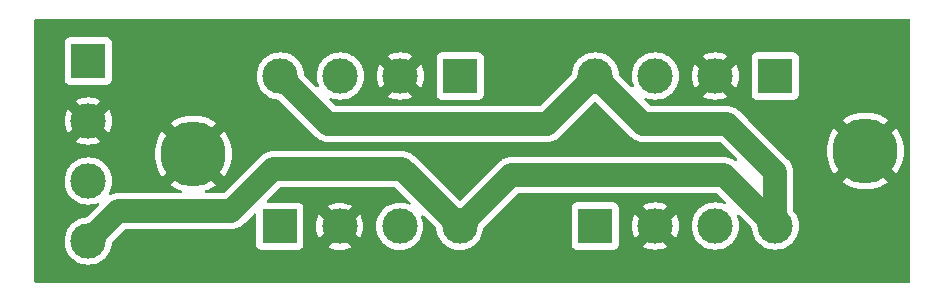
<source format=gbr>
%TF.GenerationSoftware,KiCad,Pcbnew,(7.0.0)*%
%TF.CreationDate,2023-04-10T16:26:54+12:00*%
%TF.ProjectId,can_expansion_hub,63616e5f-6578-4706-916e-73696f6e5f68,rev?*%
%TF.SameCoordinates,Original*%
%TF.FileFunction,Copper,L2,Bot*%
%TF.FilePolarity,Positive*%
%FSLAX46Y46*%
G04 Gerber Fmt 4.6, Leading zero omitted, Abs format (unit mm)*
G04 Created by KiCad (PCBNEW (7.0.0)) date 2023-04-10 16:26:54*
%MOMM*%
%LPD*%
G01*
G04 APERTURE LIST*
%TA.AperFunction,ComponentPad*%
%ADD10C,5.500000*%
%TD*%
%TA.AperFunction,ComponentPad*%
%ADD11R,3.000000X3.000000*%
%TD*%
%TA.AperFunction,ComponentPad*%
%ADD12C,3.000000*%
%TD*%
%TA.AperFunction,Conductor*%
%ADD13C,2.000000*%
%TD*%
G04 APERTURE END LIST*
D10*
%TO.P,REF\u002A\u002A,1*%
%TO.N,GND*%
X90170000Y-101854000D03*
%TD*%
D11*
%TO.P,J3,1,Pin_1*%
%TO.N,VCC*%
X139445999Y-95249999D03*
D12*
%TO.P,J3,2,Pin_2*%
%TO.N,GND*%
X134366000Y-95250000D03*
%TO.P,J3,3,Pin_3*%
%TO.N,CAN_H*%
X129286000Y-95250000D03*
%TO.P,J3,4,Pin_4*%
%TO.N,CAN_L*%
X124206000Y-95250000D03*
%TD*%
D11*
%TO.P,J2,1,Pin_1*%
%TO.N,VCC*%
X112775999Y-95249999D03*
D12*
%TO.P,J2,2,Pin_2*%
%TO.N,GND*%
X107696000Y-95250000D03*
%TO.P,J2,3,Pin_3*%
%TO.N,CAN_H*%
X102616000Y-95250000D03*
%TO.P,J2,4,Pin_4*%
%TO.N,CAN_L*%
X97536000Y-95250000D03*
%TD*%
D11*
%TO.P,J5,1,Pin_1*%
%TO.N,VCC*%
X124205999Y-107949999D03*
D12*
%TO.P,J5,2,Pin_2*%
%TO.N,GND*%
X129286000Y-107950000D03*
%TO.P,J5,3,Pin_3*%
%TO.N,CAN_H*%
X134366000Y-107950000D03*
%TO.P,J5,4,Pin_4*%
%TO.N,CAN_L*%
X139446000Y-107950000D03*
%TD*%
D11*
%TO.P,J4,1,Pin_1*%
%TO.N,VCC*%
X97485199Y-107975399D03*
D12*
%TO.P,J4,2,Pin_2*%
%TO.N,GND*%
X102565200Y-107975400D03*
%TO.P,J4,3,Pin_3*%
%TO.N,CAN_H*%
X107645200Y-107975400D03*
%TO.P,J4,4,Pin_4*%
%TO.N,CAN_L*%
X112725200Y-107975400D03*
%TD*%
D10*
%TO.P,REF\u002A\u002A,1*%
%TO.N,GND*%
X147066000Y-101600000D03*
%TD*%
D11*
%TO.P,J1,1,Pin_1*%
%TO.N,VCC*%
X81279999Y-93979999D03*
D12*
%TO.P,J1,2,Pin_2*%
%TO.N,GND*%
X81280000Y-99060000D03*
%TO.P,J1,3,Pin_3*%
%TO.N,CAN_H*%
X81280000Y-104140000D03*
%TO.P,J1,4,Pin_4*%
%TO.N,CAN_L*%
X81280000Y-109220000D03*
%TD*%
D13*
%TO.N,CAN_L*%
X135382000Y-99314000D02*
X139446000Y-103378000D01*
X101600000Y-99314000D02*
X97536000Y-95250000D01*
X117068600Y-103632000D02*
X135128000Y-103632000D01*
X81280000Y-109220000D02*
X83820000Y-106680000D01*
X107873800Y-103124000D02*
X112725200Y-107975400D01*
X83820000Y-106680000D02*
X93380600Y-106680000D01*
X112725200Y-107975400D02*
X117068600Y-103632000D01*
X93380600Y-106680000D02*
X96936600Y-103124000D01*
X120142000Y-99314000D02*
X101600000Y-99314000D01*
X124206000Y-95250000D02*
X128270000Y-99314000D01*
X139446000Y-103378000D02*
X139446000Y-107950000D01*
X135128000Y-103632000D02*
X139446000Y-107950000D01*
X128270000Y-99314000D02*
X135382000Y-99314000D01*
X96936600Y-103124000D02*
X107873800Y-103124000D01*
X124206000Y-95250000D02*
X120142000Y-99314000D01*
%TD*%
%TA.AperFunction,Conductor*%
%TO.N,GND*%
G36*
X150814000Y-90440613D02*
G01*
X150859387Y-90486000D01*
X150876000Y-90548000D01*
X150876000Y-112652000D01*
X150859387Y-112714000D01*
X150814000Y-112759387D01*
X150752000Y-112776000D01*
X76832000Y-112776000D01*
X76770000Y-112759387D01*
X76724613Y-112714000D01*
X76708000Y-112652000D01*
X76708000Y-109220000D01*
X79274390Y-109220000D01*
X79274706Y-109224418D01*
X79294487Y-109501005D01*
X79294488Y-109501014D01*
X79294804Y-109505428D01*
X79295744Y-109509753D01*
X79295746Y-109509761D01*
X79342532Y-109724831D01*
X79355631Y-109785046D01*
X79357175Y-109789185D01*
X79357176Y-109789189D01*
X79426815Y-109975899D01*
X79455633Y-110053161D01*
X79457753Y-110057043D01*
X79457756Y-110057050D01*
X79590647Y-110300420D01*
X79592774Y-110304315D01*
X79764261Y-110533395D01*
X79966605Y-110735739D01*
X80195685Y-110907226D01*
X80446839Y-111044367D01*
X80714954Y-111144369D01*
X80994572Y-111205196D01*
X81280000Y-111225610D01*
X81565428Y-111205196D01*
X81845046Y-111144369D01*
X82113161Y-111044367D01*
X82364315Y-110907226D01*
X82593395Y-110735739D01*
X82795739Y-110533395D01*
X82967226Y-110304315D01*
X83104367Y-110053161D01*
X83204369Y-109785046D01*
X83265196Y-109505428D01*
X83273342Y-109391513D01*
X83284231Y-109348851D01*
X83309342Y-109312684D01*
X84405207Y-108216819D01*
X84445436Y-108189939D01*
X84492889Y-108180500D01*
X93279735Y-108180500D01*
X93295072Y-108181452D01*
X93313292Y-108183723D01*
X93313293Y-108183723D01*
X93318379Y-108184357D01*
X93409072Y-108180605D01*
X93414196Y-108180500D01*
X93440098Y-108180500D01*
X93442667Y-108180500D01*
X93471041Y-108178148D01*
X93476140Y-108177831D01*
X93566837Y-108174081D01*
X93589830Y-108169259D01*
X93605017Y-108167046D01*
X93628421Y-108165108D01*
X93716448Y-108142815D01*
X93721354Y-108141680D01*
X93810214Y-108123049D01*
X93832086Y-108114513D01*
X93846711Y-108109828D01*
X93869481Y-108104063D01*
X93952608Y-108067599D01*
X93957299Y-108065656D01*
X94041874Y-108032656D01*
X94062050Y-108020632D01*
X94075701Y-108013605D01*
X94097207Y-108004173D01*
X94101503Y-108001366D01*
X94101509Y-108001363D01*
X94173187Y-107954533D01*
X94177516Y-107951830D01*
X94255494Y-107905366D01*
X94273420Y-107890181D01*
X94285715Y-107881013D01*
X94305385Y-107868164D01*
X94372161Y-107806691D01*
X94375983Y-107803315D01*
X94397726Y-107784902D01*
X94417868Y-107764759D01*
X94421567Y-107761210D01*
X94480023Y-107707398D01*
X94488338Y-107699744D01*
X94502767Y-107681203D01*
X94512925Y-107669701D01*
X95273021Y-106909605D01*
X95322382Y-106879357D01*
X95380098Y-106874815D01*
X95433585Y-106896970D01*
X95471185Y-106940993D01*
X95484700Y-106997288D01*
X95484700Y-109519960D01*
X95484700Y-109519978D01*
X95484701Y-109523272D01*
X95485053Y-109526550D01*
X95485054Y-109526561D01*
X95490279Y-109575168D01*
X95490280Y-109575173D01*
X95491109Y-109582883D01*
X95493819Y-109590149D01*
X95493820Y-109590153D01*
X95519859Y-109659965D01*
X95541404Y-109717731D01*
X95546718Y-109724830D01*
X95546719Y-109724831D01*
X95608639Y-109807546D01*
X95627654Y-109832946D01*
X95742869Y-109919196D01*
X95877717Y-109969491D01*
X95937327Y-109975900D01*
X99033072Y-109975899D01*
X99092683Y-109969491D01*
X99227531Y-109919196D01*
X99342746Y-109832946D01*
X99428996Y-109717731D01*
X99436191Y-109698441D01*
X101552936Y-109698441D01*
X101561334Y-109705985D01*
X101728358Y-109797187D01*
X101736396Y-109800858D01*
X101996152Y-109897742D01*
X102004621Y-109900228D01*
X102275509Y-109959157D01*
X102284265Y-109960416D01*
X102560782Y-109980193D01*
X102569618Y-109980193D01*
X102846134Y-109960416D01*
X102854890Y-109959157D01*
X103125778Y-109900228D01*
X103134247Y-109897742D01*
X103394003Y-109800858D01*
X103402041Y-109797187D01*
X103569064Y-109705985D01*
X103577462Y-109698441D01*
X103571529Y-109688836D01*
X102576742Y-108694049D01*
X102565199Y-108687385D01*
X102553657Y-108694049D01*
X101558869Y-109688836D01*
X101552936Y-109698441D01*
X99436191Y-109698441D01*
X99479291Y-109582883D01*
X99485700Y-109523273D01*
X99485700Y-107979818D01*
X100560407Y-107979818D01*
X100580183Y-108256334D01*
X100581442Y-108265090D01*
X100640371Y-108535978D01*
X100642857Y-108544447D01*
X100739741Y-108804203D01*
X100743412Y-108812241D01*
X100834613Y-108979264D01*
X100842157Y-108987662D01*
X100851762Y-108981729D01*
X101846550Y-107986942D01*
X101853214Y-107975400D01*
X103277185Y-107975400D01*
X103283849Y-107986942D01*
X104278636Y-108981729D01*
X104288241Y-108987662D01*
X104295785Y-108979264D01*
X104386987Y-108812241D01*
X104390658Y-108804203D01*
X104487542Y-108544447D01*
X104490028Y-108535978D01*
X104548957Y-108265090D01*
X104550216Y-108256334D01*
X104569993Y-107979818D01*
X104569993Y-107970982D01*
X104550216Y-107694465D01*
X104548957Y-107685709D01*
X104490028Y-107414821D01*
X104487542Y-107406352D01*
X104390658Y-107146596D01*
X104386987Y-107138558D01*
X104295785Y-106971534D01*
X104288241Y-106963136D01*
X104278636Y-106969069D01*
X103283849Y-107963857D01*
X103277185Y-107975400D01*
X101853214Y-107975400D01*
X101846550Y-107963857D01*
X100851762Y-106969069D01*
X100842157Y-106963136D01*
X100834613Y-106971534D01*
X100743414Y-107138555D01*
X100739741Y-107146597D01*
X100642857Y-107406352D01*
X100640371Y-107414821D01*
X100581442Y-107685709D01*
X100580183Y-107694465D01*
X100560407Y-107970982D01*
X100560407Y-107979818D01*
X99485700Y-107979818D01*
X99485699Y-106427528D01*
X99479291Y-106367917D01*
X99436190Y-106252357D01*
X101552936Y-106252357D01*
X101558869Y-106261962D01*
X102553657Y-107256750D01*
X102565200Y-107263414D01*
X102576742Y-107256750D01*
X103571529Y-106261962D01*
X103577462Y-106252357D01*
X103569064Y-106244813D01*
X103402041Y-106153612D01*
X103394003Y-106149941D01*
X103134247Y-106053057D01*
X103125778Y-106050571D01*
X102854890Y-105991642D01*
X102846134Y-105990383D01*
X102569618Y-105970607D01*
X102560782Y-105970607D01*
X102284265Y-105990383D01*
X102275509Y-105991642D01*
X102004621Y-106050571D01*
X101996152Y-106053057D01*
X101736397Y-106149941D01*
X101728355Y-106153614D01*
X101561334Y-106244813D01*
X101552936Y-106252357D01*
X99436190Y-106252357D01*
X99428996Y-106233069D01*
X99342746Y-106117854D01*
X99328129Y-106106912D01*
X99234631Y-106036919D01*
X99234630Y-106036918D01*
X99227531Y-106031604D01*
X99157165Y-106005359D01*
X99099952Y-105984020D01*
X99099950Y-105984019D01*
X99092683Y-105981309D01*
X99084970Y-105980479D01*
X99084967Y-105980479D01*
X99036380Y-105975255D01*
X99036369Y-105975254D01*
X99033073Y-105974900D01*
X99029751Y-105974900D01*
X96507088Y-105974900D01*
X96450793Y-105961385D01*
X96406770Y-105923785D01*
X96384615Y-105870298D01*
X96389157Y-105812582D01*
X96419407Y-105763219D01*
X96888274Y-105294353D01*
X97521807Y-104660819D01*
X97562036Y-104633939D01*
X97609489Y-104624500D01*
X107200910Y-104624500D01*
X107248363Y-104633939D01*
X107288591Y-104660819D01*
X108554459Y-105926687D01*
X108587142Y-105984561D01*
X108585244Y-106050998D01*
X108549311Y-106106912D01*
X108489665Y-106136238D01*
X108423444Y-106130550D01*
X108409089Y-106125196D01*
X108321305Y-106092454D01*
X108214389Y-106052576D01*
X108214385Y-106052575D01*
X108210246Y-106051031D01*
X108145374Y-106036919D01*
X107934961Y-105991146D01*
X107934953Y-105991144D01*
X107930628Y-105990204D01*
X107926214Y-105989888D01*
X107926205Y-105989887D01*
X107649618Y-105970106D01*
X107645200Y-105969790D01*
X107640782Y-105970106D01*
X107364194Y-105989887D01*
X107364183Y-105989888D01*
X107359772Y-105990204D01*
X107355448Y-105991144D01*
X107355438Y-105991146D01*
X107084479Y-106050090D01*
X107084476Y-106050090D01*
X107080154Y-106051031D01*
X107076018Y-106052573D01*
X107076010Y-106052576D01*
X106816187Y-106149485D01*
X106816176Y-106149489D01*
X106812039Y-106151033D01*
X106808161Y-106153150D01*
X106808149Y-106153156D01*
X106564779Y-106286047D01*
X106564771Y-106286051D01*
X106560885Y-106288174D01*
X106557335Y-106290831D01*
X106557331Y-106290834D01*
X106335356Y-106457002D01*
X106335349Y-106457007D01*
X106331805Y-106459661D01*
X106328674Y-106462791D01*
X106328667Y-106462798D01*
X106132598Y-106658867D01*
X106132591Y-106658874D01*
X106129461Y-106662005D01*
X106126807Y-106665549D01*
X106126802Y-106665556D01*
X105966753Y-106879357D01*
X105957974Y-106891085D01*
X105955851Y-106894971D01*
X105955847Y-106894979D01*
X105822956Y-107138349D01*
X105822950Y-107138361D01*
X105820833Y-107142239D01*
X105819289Y-107146376D01*
X105819285Y-107146387D01*
X105722376Y-107406210D01*
X105722373Y-107406218D01*
X105720831Y-107410354D01*
X105719890Y-107414676D01*
X105719890Y-107414679D01*
X105660946Y-107685638D01*
X105660944Y-107685648D01*
X105660004Y-107689972D01*
X105659688Y-107694383D01*
X105659687Y-107694394D01*
X105646040Y-107885215D01*
X105639590Y-107975400D01*
X105639906Y-107979818D01*
X105659687Y-108256405D01*
X105659688Y-108256414D01*
X105660004Y-108260828D01*
X105660944Y-108265153D01*
X105660946Y-108265161D01*
X105687416Y-108386839D01*
X105720831Y-108540446D01*
X105722375Y-108544585D01*
X105722376Y-108544589D01*
X105819207Y-108804203D01*
X105820833Y-108808561D01*
X105822953Y-108812443D01*
X105822956Y-108812450D01*
X105955847Y-109055820D01*
X105957974Y-109059715D01*
X106129461Y-109288795D01*
X106331805Y-109491139D01*
X106560885Y-109662626D01*
X106626475Y-109698441D01*
X106785079Y-109785046D01*
X106812039Y-109799767D01*
X107080154Y-109899769D01*
X107359772Y-109960596D01*
X107645200Y-109981010D01*
X107930628Y-109960596D01*
X108210246Y-109899769D01*
X108478361Y-109799767D01*
X108729515Y-109662626D01*
X108958595Y-109491139D01*
X109160939Y-109288795D01*
X109332426Y-109059715D01*
X109469567Y-108808561D01*
X109569569Y-108540446D01*
X109630396Y-108260828D01*
X109650810Y-107975400D01*
X109630396Y-107689972D01*
X109569569Y-107410354D01*
X109490048Y-107197152D01*
X109484361Y-107130933D01*
X109513687Y-107071287D01*
X109569601Y-107035354D01*
X109636038Y-107033456D01*
X109693912Y-107066139D01*
X110695853Y-108068080D01*
X110720966Y-108104249D01*
X110731856Y-108146914D01*
X110739687Y-108256405D01*
X110739688Y-108256413D01*
X110740004Y-108260828D01*
X110740944Y-108265153D01*
X110740946Y-108265161D01*
X110767416Y-108386839D01*
X110800831Y-108540446D01*
X110802375Y-108544585D01*
X110802376Y-108544589D01*
X110899207Y-108804203D01*
X110900833Y-108808561D01*
X110902953Y-108812443D01*
X110902956Y-108812450D01*
X111035847Y-109055820D01*
X111037974Y-109059715D01*
X111209461Y-109288795D01*
X111411805Y-109491139D01*
X111640885Y-109662626D01*
X111706475Y-109698441D01*
X111865079Y-109785046D01*
X111892039Y-109799767D01*
X112160154Y-109899769D01*
X112439772Y-109960596D01*
X112725200Y-109981010D01*
X113010628Y-109960596D01*
X113290246Y-109899769D01*
X113558361Y-109799767D01*
X113809515Y-109662626D01*
X114034001Y-109494578D01*
X122205500Y-109494578D01*
X122205501Y-109497872D01*
X122205853Y-109501150D01*
X122205854Y-109501161D01*
X122211079Y-109549768D01*
X122211080Y-109549773D01*
X122211909Y-109557483D01*
X122214619Y-109564749D01*
X122214620Y-109564753D01*
X122224094Y-109590153D01*
X122262204Y-109692331D01*
X122267518Y-109699430D01*
X122267519Y-109699431D01*
X122342630Y-109799767D01*
X122348454Y-109807546D01*
X122463669Y-109893796D01*
X122598517Y-109944091D01*
X122658127Y-109950500D01*
X125753872Y-109950499D01*
X125813483Y-109944091D01*
X125948331Y-109893796D01*
X126063546Y-109807546D01*
X126149796Y-109692331D01*
X126156991Y-109673041D01*
X128273736Y-109673041D01*
X128282134Y-109680585D01*
X128449158Y-109771787D01*
X128457196Y-109775458D01*
X128716952Y-109872342D01*
X128725421Y-109874828D01*
X128996309Y-109933757D01*
X129005065Y-109935016D01*
X129281582Y-109954793D01*
X129290418Y-109954793D01*
X129566934Y-109935016D01*
X129575690Y-109933757D01*
X129846578Y-109874828D01*
X129855047Y-109872342D01*
X130114803Y-109775458D01*
X130122841Y-109771787D01*
X130289864Y-109680585D01*
X130298262Y-109673041D01*
X130292329Y-109663436D01*
X129297542Y-108668649D01*
X129285999Y-108661985D01*
X129274457Y-108668649D01*
X128279669Y-109663436D01*
X128273736Y-109673041D01*
X126156991Y-109673041D01*
X126200091Y-109557483D01*
X126206500Y-109497873D01*
X126206500Y-107954418D01*
X127281207Y-107954418D01*
X127300983Y-108230934D01*
X127302242Y-108239690D01*
X127361171Y-108510578D01*
X127363657Y-108519047D01*
X127460541Y-108778803D01*
X127464212Y-108786841D01*
X127555413Y-108953864D01*
X127562957Y-108962262D01*
X127572562Y-108956329D01*
X128567350Y-107961542D01*
X128574014Y-107950000D01*
X129997985Y-107950000D01*
X130004649Y-107961542D01*
X130999436Y-108956329D01*
X131009041Y-108962262D01*
X131016585Y-108953864D01*
X131107787Y-108786841D01*
X131111458Y-108778803D01*
X131208342Y-108519047D01*
X131210828Y-108510578D01*
X131269757Y-108239690D01*
X131271016Y-108230934D01*
X131290793Y-107954418D01*
X131290793Y-107945582D01*
X131271016Y-107669065D01*
X131269757Y-107660309D01*
X131210828Y-107389421D01*
X131208342Y-107380952D01*
X131111458Y-107121196D01*
X131107787Y-107113158D01*
X131016585Y-106946134D01*
X131009041Y-106937736D01*
X130999436Y-106943669D01*
X130004649Y-107938457D01*
X129997985Y-107950000D01*
X128574014Y-107950000D01*
X128567350Y-107938457D01*
X127572562Y-106943669D01*
X127562957Y-106937736D01*
X127555413Y-106946134D01*
X127464214Y-107113155D01*
X127460541Y-107121197D01*
X127363657Y-107380952D01*
X127361171Y-107389421D01*
X127302242Y-107660309D01*
X127300983Y-107669065D01*
X127281207Y-107945582D01*
X127281207Y-107954418D01*
X126206500Y-107954418D01*
X126206499Y-106402128D01*
X126200091Y-106342517D01*
X126156990Y-106226957D01*
X128273736Y-106226957D01*
X128279669Y-106236562D01*
X129274457Y-107231350D01*
X129286000Y-107238014D01*
X129297542Y-107231350D01*
X130292329Y-106236562D01*
X130298262Y-106226957D01*
X130289864Y-106219413D01*
X130122841Y-106128212D01*
X130114803Y-106124541D01*
X129855047Y-106027657D01*
X129846578Y-106025171D01*
X129575690Y-105966242D01*
X129566934Y-105964983D01*
X129290418Y-105945207D01*
X129281582Y-105945207D01*
X129005065Y-105964983D01*
X128996309Y-105966242D01*
X128725421Y-106025171D01*
X128716952Y-106027657D01*
X128457197Y-106124541D01*
X128449155Y-106128214D01*
X128282134Y-106219413D01*
X128273736Y-106226957D01*
X126156990Y-106226957D01*
X126149796Y-106207669D01*
X126063546Y-106092454D01*
X126026073Y-106064402D01*
X125955431Y-106011519D01*
X125955430Y-106011518D01*
X125948331Y-106006204D01*
X125864401Y-105974900D01*
X125820752Y-105958620D01*
X125820750Y-105958619D01*
X125813483Y-105955909D01*
X125805770Y-105955079D01*
X125805767Y-105955079D01*
X125757180Y-105949855D01*
X125757169Y-105949854D01*
X125753873Y-105949500D01*
X125750550Y-105949500D01*
X122661439Y-105949500D01*
X122661420Y-105949500D01*
X122658128Y-105949501D01*
X122654850Y-105949853D01*
X122654838Y-105949854D01*
X122606231Y-105955079D01*
X122606225Y-105955080D01*
X122598517Y-105955909D01*
X122591252Y-105958618D01*
X122591246Y-105958620D01*
X122471980Y-106003104D01*
X122471978Y-106003104D01*
X122463669Y-106006204D01*
X122456572Y-106011516D01*
X122456568Y-106011519D01*
X122355550Y-106087141D01*
X122355546Y-106087144D01*
X122348454Y-106092454D01*
X122343144Y-106099546D01*
X122343141Y-106099550D01*
X122267519Y-106200568D01*
X122267516Y-106200572D01*
X122262204Y-106207669D01*
X122259104Y-106215978D01*
X122259104Y-106215980D01*
X122214620Y-106335247D01*
X122214619Y-106335250D01*
X122211909Y-106342517D01*
X122211079Y-106350227D01*
X122211079Y-106350232D01*
X122205855Y-106398819D01*
X122205854Y-106398831D01*
X122205500Y-106402127D01*
X122205500Y-106405448D01*
X122205500Y-106405449D01*
X122205500Y-109494560D01*
X122205500Y-109494578D01*
X114034001Y-109494578D01*
X114038595Y-109491139D01*
X114240939Y-109288795D01*
X114412426Y-109059715D01*
X114549567Y-108808561D01*
X114649569Y-108540446D01*
X114710396Y-108260828D01*
X114718542Y-108146913D01*
X114729431Y-108104251D01*
X114754542Y-108068084D01*
X117653808Y-105168819D01*
X117694037Y-105141939D01*
X117741490Y-105132500D01*
X134455110Y-105132500D01*
X134502563Y-105141939D01*
X134542791Y-105168819D01*
X135275258Y-105901286D01*
X135307941Y-105959160D01*
X135306043Y-106025597D01*
X135270110Y-106081511D01*
X135210464Y-106110836D01*
X135144244Y-106105149D01*
X134935194Y-106027177D01*
X134935179Y-106027172D01*
X134931046Y-106025631D01*
X134852241Y-106008488D01*
X134655761Y-105965746D01*
X134655753Y-105965744D01*
X134651428Y-105964804D01*
X134647014Y-105964488D01*
X134647005Y-105964487D01*
X134370418Y-105944706D01*
X134366000Y-105944390D01*
X134361582Y-105944706D01*
X134084994Y-105964487D01*
X134084983Y-105964488D01*
X134080572Y-105964804D01*
X134076248Y-105965744D01*
X134076238Y-105965746D01*
X133805279Y-106024690D01*
X133805276Y-106024690D01*
X133800954Y-106025631D01*
X133796818Y-106027173D01*
X133796810Y-106027176D01*
X133536987Y-106124085D01*
X133536976Y-106124089D01*
X133532839Y-106125633D01*
X133528961Y-106127750D01*
X133528949Y-106127756D01*
X133285579Y-106260647D01*
X133285571Y-106260651D01*
X133281685Y-106262774D01*
X133278135Y-106265431D01*
X133278131Y-106265434D01*
X133056156Y-106431602D01*
X133056149Y-106431607D01*
X133052605Y-106434261D01*
X133049474Y-106437391D01*
X133049467Y-106437398D01*
X132853398Y-106633467D01*
X132853391Y-106633474D01*
X132850261Y-106636605D01*
X132847607Y-106640149D01*
X132847602Y-106640156D01*
X132681434Y-106862131D01*
X132678774Y-106865685D01*
X132676651Y-106869571D01*
X132676647Y-106869579D01*
X132543756Y-107112949D01*
X132543750Y-107112961D01*
X132541633Y-107116839D01*
X132540089Y-107120976D01*
X132540085Y-107120987D01*
X132443176Y-107380810D01*
X132443173Y-107380818D01*
X132441631Y-107384954D01*
X132440690Y-107389276D01*
X132440690Y-107389279D01*
X132381746Y-107660238D01*
X132381744Y-107660248D01*
X132380804Y-107664572D01*
X132380488Y-107668983D01*
X132380487Y-107668994D01*
X132365325Y-107880998D01*
X132360390Y-107950000D01*
X132360706Y-107954418D01*
X132380487Y-108231005D01*
X132380488Y-108231014D01*
X132380804Y-108235428D01*
X132381744Y-108239753D01*
X132381746Y-108239761D01*
X132435111Y-108485075D01*
X132441631Y-108515046D01*
X132443175Y-108519185D01*
X132443176Y-108519189D01*
X132540007Y-108778803D01*
X132541633Y-108783161D01*
X132543753Y-108787043D01*
X132543756Y-108787050D01*
X132634844Y-108953864D01*
X132678774Y-109034315D01*
X132850261Y-109263395D01*
X133052605Y-109465739D01*
X133281685Y-109637226D01*
X133532839Y-109774367D01*
X133800954Y-109874369D01*
X134080572Y-109935196D01*
X134366000Y-109955610D01*
X134651428Y-109935196D01*
X134931046Y-109874369D01*
X135199161Y-109774367D01*
X135450315Y-109637226D01*
X135679395Y-109465739D01*
X135881739Y-109263395D01*
X136053226Y-109034315D01*
X136190367Y-108783161D01*
X136290369Y-108515046D01*
X136351196Y-108235428D01*
X136371610Y-107950000D01*
X136351196Y-107664572D01*
X136290369Y-107384954D01*
X136210849Y-107171755D01*
X136205162Y-107105535D01*
X136234488Y-107045889D01*
X136290402Y-107009956D01*
X136356839Y-107008058D01*
X136414713Y-107040741D01*
X137416653Y-108042681D01*
X137441766Y-108078850D01*
X137452656Y-108121515D01*
X137460487Y-108231005D01*
X137460488Y-108231013D01*
X137460804Y-108235428D01*
X137461744Y-108239753D01*
X137461746Y-108239761D01*
X137515111Y-108485075D01*
X137521631Y-108515046D01*
X137523175Y-108519185D01*
X137523176Y-108519189D01*
X137620007Y-108778803D01*
X137621633Y-108783161D01*
X137623753Y-108787043D01*
X137623756Y-108787050D01*
X137714844Y-108953864D01*
X137758774Y-109034315D01*
X137930261Y-109263395D01*
X138132605Y-109465739D01*
X138361685Y-109637226D01*
X138612839Y-109774367D01*
X138880954Y-109874369D01*
X139160572Y-109935196D01*
X139446000Y-109955610D01*
X139731428Y-109935196D01*
X140011046Y-109874369D01*
X140279161Y-109774367D01*
X140530315Y-109637226D01*
X140759395Y-109465739D01*
X140961739Y-109263395D01*
X141133226Y-109034315D01*
X141270367Y-108783161D01*
X141370369Y-108515046D01*
X141431196Y-108235428D01*
X141451610Y-107950000D01*
X141431196Y-107664572D01*
X141370369Y-107384954D01*
X141270367Y-107116839D01*
X141133226Y-106865685D01*
X140971232Y-106649286D01*
X140952846Y-106614137D01*
X140946500Y-106574978D01*
X140946500Y-104224310D01*
X145154291Y-104224310D01*
X145162527Y-104235454D01*
X145236791Y-104291909D01*
X145242341Y-104295671D01*
X145538547Y-104473892D01*
X145544496Y-104477046D01*
X145858229Y-104622194D01*
X145864471Y-104624681D01*
X146192072Y-104735063D01*
X146198536Y-104736858D01*
X146536148Y-104811172D01*
X146542782Y-104812259D01*
X146886451Y-104849636D01*
X146893148Y-104850000D01*
X147238852Y-104850000D01*
X147245548Y-104849636D01*
X147589217Y-104812259D01*
X147595851Y-104811172D01*
X147933463Y-104736858D01*
X147939927Y-104735063D01*
X148267528Y-104624681D01*
X148273770Y-104622194D01*
X148587503Y-104477046D01*
X148593452Y-104473892D01*
X148889656Y-104295672D01*
X148895205Y-104291911D01*
X148969474Y-104235452D01*
X148977707Y-104224311D01*
X148971052Y-104212159D01*
X147077542Y-102318649D01*
X147065999Y-102311985D01*
X147054457Y-102318649D01*
X145160946Y-104212159D01*
X145154291Y-104224310D01*
X140946500Y-104224310D01*
X140946500Y-103478865D01*
X140947452Y-103463528D01*
X140949723Y-103445307D01*
X140949722Y-103445307D01*
X140950357Y-103440221D01*
X140946605Y-103349527D01*
X140946500Y-103344404D01*
X140946500Y-103318502D01*
X140946500Y-103315933D01*
X140944148Y-103287557D01*
X140943831Y-103282450D01*
X140940081Y-103191763D01*
X140939029Y-103186746D01*
X140939028Y-103186738D01*
X140935263Y-103168783D01*
X140933046Y-103153572D01*
X140931108Y-103130179D01*
X140908824Y-103042186D01*
X140907670Y-103037193D01*
X140890102Y-102953408D01*
X140889049Y-102948386D01*
X140880514Y-102926514D01*
X140875829Y-102911890D01*
X140870063Y-102889119D01*
X140833603Y-102806002D01*
X140831642Y-102801266D01*
X140800522Y-102721509D01*
X140800521Y-102721507D01*
X140798656Y-102716727D01*
X140786636Y-102696555D01*
X140779605Y-102682895D01*
X140772233Y-102666088D01*
X140772230Y-102666082D01*
X140770173Y-102661393D01*
X140767370Y-102657104D01*
X140767366Y-102657095D01*
X140720530Y-102585408D01*
X140717827Y-102581078D01*
X140671366Y-102503106D01*
X140668056Y-102499198D01*
X140668049Y-102499188D01*
X140656190Y-102485187D01*
X140647001Y-102472864D01*
X140636972Y-102457513D01*
X140636971Y-102457512D01*
X140634164Y-102453215D01*
X140613708Y-102430994D01*
X140572694Y-102386441D01*
X140569301Y-102382598D01*
X140552567Y-102362839D01*
X140552557Y-102362828D01*
X140550902Y-102360874D01*
X140530770Y-102340742D01*
X140527222Y-102337045D01*
X140469212Y-102274029D01*
X140469210Y-102274027D01*
X140465744Y-102270262D01*
X140461708Y-102267121D01*
X140461702Y-102267115D01*
X140447211Y-102255837D01*
X140435693Y-102245665D01*
X139793385Y-101603357D01*
X143811409Y-101603357D01*
X143830124Y-101948539D01*
X143830852Y-101955229D01*
X143886777Y-102296361D01*
X143888221Y-102302918D01*
X143980701Y-102636002D01*
X143982852Y-102642386D01*
X144110806Y-102963527D01*
X144113615Y-102969601D01*
X144275555Y-103275052D01*
X144279008Y-103280790D01*
X144432578Y-103507287D01*
X144440623Y-103514857D01*
X144449953Y-103508938D01*
X146347350Y-101611542D01*
X146354014Y-101600000D01*
X147777985Y-101600000D01*
X147784649Y-101611542D01*
X149682045Y-103508938D01*
X149691374Y-103514857D01*
X149699420Y-103507288D01*
X149852990Y-103280792D01*
X149856447Y-103275046D01*
X150018384Y-102969601D01*
X150021193Y-102963527D01*
X150149147Y-102642386D01*
X150151298Y-102636002D01*
X150243778Y-102302918D01*
X150245222Y-102296361D01*
X150301147Y-101955229D01*
X150301875Y-101948539D01*
X150320591Y-101603357D01*
X150320591Y-101596643D01*
X150301875Y-101251460D01*
X150301147Y-101244770D01*
X150245222Y-100903638D01*
X150243778Y-100897081D01*
X150151298Y-100563997D01*
X150149147Y-100557613D01*
X150021193Y-100236472D01*
X150018384Y-100230398D01*
X149856447Y-99924953D01*
X149852990Y-99919207D01*
X149699421Y-99692712D01*
X149691374Y-99685141D01*
X149682045Y-99691060D01*
X147784649Y-101588457D01*
X147777985Y-101600000D01*
X146354014Y-101600000D01*
X146347350Y-101588457D01*
X144449953Y-99691060D01*
X144440623Y-99685141D01*
X144432578Y-99692711D01*
X144279008Y-99919209D01*
X144275555Y-99924947D01*
X144113615Y-100230398D01*
X144110806Y-100236472D01*
X143982852Y-100557613D01*
X143980701Y-100563997D01*
X143888221Y-100897081D01*
X143886777Y-100903638D01*
X143830852Y-101244770D01*
X143830124Y-101251460D01*
X143811409Y-101596643D01*
X143811409Y-101603357D01*
X139793385Y-101603357D01*
X137165715Y-98975687D01*
X145154291Y-98975687D01*
X145160947Y-98987840D01*
X147054457Y-100881350D01*
X147066000Y-100888014D01*
X147077542Y-100881350D01*
X148971052Y-98987839D01*
X148977707Y-98975687D01*
X148969474Y-98964546D01*
X148895208Y-98908090D01*
X148889658Y-98904328D01*
X148593452Y-98726107D01*
X148587503Y-98722953D01*
X148273770Y-98577805D01*
X148267528Y-98575318D01*
X147939927Y-98464936D01*
X147933463Y-98463141D01*
X147595851Y-98388827D01*
X147589217Y-98387740D01*
X147245548Y-98350363D01*
X147238852Y-98350000D01*
X146893148Y-98350000D01*
X146886451Y-98350363D01*
X146542782Y-98387740D01*
X146536148Y-98388827D01*
X146198536Y-98463141D01*
X146192072Y-98464936D01*
X145864471Y-98575318D01*
X145858229Y-98577805D01*
X145544496Y-98722953D01*
X145538547Y-98726107D01*
X145242350Y-98904322D01*
X145236789Y-98908092D01*
X145162525Y-98964546D01*
X145154291Y-98975687D01*
X137165715Y-98975687D01*
X136514334Y-98324306D01*
X136504161Y-98312787D01*
X136492888Y-98298303D01*
X136492887Y-98298302D01*
X136489738Y-98294256D01*
X136422953Y-98232776D01*
X136419255Y-98229227D01*
X136400939Y-98210911D01*
X136399126Y-98209098D01*
X136377388Y-98190687D01*
X136373546Y-98187294D01*
X136310554Y-98129305D01*
X136310549Y-98129301D01*
X136306785Y-98125836D01*
X136302499Y-98123035D01*
X136302489Y-98123028D01*
X136287123Y-98112989D01*
X136274804Y-98103803D01*
X136260806Y-98091947D01*
X136260803Y-98091945D01*
X136256894Y-98088634D01*
X136178926Y-98042174D01*
X136174583Y-98039464D01*
X136102904Y-97992634D01*
X136102901Y-97992632D01*
X136098607Y-97989827D01*
X136093910Y-97987766D01*
X136093907Y-97987765D01*
X136077109Y-97980397D01*
X136063446Y-97973363D01*
X136047685Y-97963971D01*
X136047672Y-97963964D01*
X136043274Y-97961344D01*
X136038502Y-97959481D01*
X136038496Y-97959479D01*
X135981479Y-97937231D01*
X135958717Y-97928349D01*
X135954004Y-97926397D01*
X135870881Y-97889937D01*
X135865918Y-97888680D01*
X135865915Y-97888679D01*
X135848113Y-97884171D01*
X135833488Y-97879486D01*
X135811614Y-97870951D01*
X135806609Y-97869901D01*
X135806604Y-97869900D01*
X135722793Y-97852326D01*
X135717803Y-97851171D01*
X135634790Y-97830150D01*
X135634786Y-97830149D01*
X135629821Y-97828892D01*
X135624720Y-97828469D01*
X135624713Y-97828468D01*
X135606418Y-97826952D01*
X135591221Y-97824738D01*
X135568237Y-97819919D01*
X135563116Y-97819707D01*
X135563107Y-97819706D01*
X135477559Y-97816168D01*
X135472447Y-97815851D01*
X135446609Y-97813710D01*
X135446594Y-97813709D01*
X135444067Y-97813500D01*
X135441514Y-97813500D01*
X135415596Y-97813500D01*
X135410472Y-97813394D01*
X135324901Y-97809854D01*
X135324890Y-97809854D01*
X135319779Y-97809643D01*
X135314705Y-97810275D01*
X135314692Y-97810276D01*
X135296472Y-97812548D01*
X135281135Y-97813500D01*
X128942890Y-97813500D01*
X128895437Y-97804061D01*
X128855209Y-97777181D01*
X128376741Y-97298713D01*
X128344058Y-97240839D01*
X128345956Y-97174402D01*
X128381889Y-97118488D01*
X128441535Y-97089162D01*
X128507755Y-97094849D01*
X128720954Y-97174369D01*
X129000572Y-97235196D01*
X129286000Y-97255610D01*
X129571428Y-97235196D01*
X129851046Y-97174369D01*
X130119161Y-97074367D01*
X130304725Y-96973041D01*
X133353736Y-96973041D01*
X133362134Y-96980585D01*
X133529158Y-97071787D01*
X133537196Y-97075458D01*
X133796952Y-97172342D01*
X133805421Y-97174828D01*
X134076309Y-97233757D01*
X134085065Y-97235016D01*
X134361582Y-97254793D01*
X134370418Y-97254793D01*
X134646934Y-97235016D01*
X134655690Y-97233757D01*
X134926578Y-97174828D01*
X134935047Y-97172342D01*
X135194803Y-97075458D01*
X135202841Y-97071787D01*
X135369864Y-96980585D01*
X135378262Y-96973041D01*
X135372329Y-96963436D01*
X135203471Y-96794578D01*
X137445500Y-96794578D01*
X137445501Y-96797872D01*
X137445853Y-96801150D01*
X137445854Y-96801161D01*
X137451079Y-96849768D01*
X137451080Y-96849773D01*
X137451909Y-96857483D01*
X137454619Y-96864749D01*
X137454620Y-96864753D01*
X137480659Y-96934565D01*
X137502204Y-96992331D01*
X137588454Y-97107546D01*
X137703669Y-97193796D01*
X137838517Y-97244091D01*
X137898127Y-97250500D01*
X140993872Y-97250499D01*
X141053483Y-97244091D01*
X141188331Y-97193796D01*
X141303546Y-97107546D01*
X141389796Y-96992331D01*
X141440091Y-96857483D01*
X141446500Y-96797873D01*
X141446499Y-93702128D01*
X141440091Y-93642517D01*
X141389796Y-93507669D01*
X141303546Y-93392454D01*
X141216988Y-93327657D01*
X141195431Y-93311519D01*
X141195430Y-93311518D01*
X141188331Y-93306204D01*
X141117965Y-93279959D01*
X141060752Y-93258620D01*
X141060750Y-93258619D01*
X141053483Y-93255909D01*
X141045770Y-93255079D01*
X141045767Y-93255079D01*
X140997180Y-93249855D01*
X140997169Y-93249854D01*
X140993873Y-93249500D01*
X140990550Y-93249500D01*
X137901439Y-93249500D01*
X137901420Y-93249500D01*
X137898128Y-93249501D01*
X137894850Y-93249853D01*
X137894838Y-93249854D01*
X137846231Y-93255079D01*
X137846225Y-93255080D01*
X137838517Y-93255909D01*
X137831252Y-93258618D01*
X137831246Y-93258620D01*
X137711980Y-93303104D01*
X137711978Y-93303104D01*
X137703669Y-93306204D01*
X137696572Y-93311516D01*
X137696568Y-93311519D01*
X137595550Y-93387141D01*
X137595546Y-93387144D01*
X137588454Y-93392454D01*
X137583144Y-93399546D01*
X137583141Y-93399550D01*
X137507519Y-93500568D01*
X137507516Y-93500572D01*
X137502204Y-93507669D01*
X137499104Y-93515978D01*
X137499104Y-93515980D01*
X137454620Y-93635247D01*
X137454619Y-93635250D01*
X137451909Y-93642517D01*
X137451079Y-93650227D01*
X137451079Y-93650232D01*
X137445855Y-93698819D01*
X137445854Y-93698831D01*
X137445500Y-93702127D01*
X137445500Y-93705448D01*
X137445500Y-93705449D01*
X137445500Y-96794560D01*
X137445500Y-96794578D01*
X135203471Y-96794578D01*
X134377542Y-95968649D01*
X134365999Y-95961985D01*
X134354457Y-95968649D01*
X133359669Y-96963436D01*
X133353736Y-96973041D01*
X130304725Y-96973041D01*
X130370315Y-96937226D01*
X130599395Y-96765739D01*
X130801739Y-96563395D01*
X130973226Y-96334315D01*
X131110367Y-96083161D01*
X131210369Y-95815046D01*
X131271196Y-95535428D01*
X131291294Y-95254418D01*
X132361207Y-95254418D01*
X132380983Y-95530934D01*
X132382242Y-95539690D01*
X132441171Y-95810578D01*
X132443657Y-95819047D01*
X132540541Y-96078803D01*
X132544212Y-96086841D01*
X132635413Y-96253864D01*
X132642957Y-96262262D01*
X132652562Y-96256329D01*
X133647350Y-95261542D01*
X133654014Y-95250000D01*
X133654013Y-95249999D01*
X135077985Y-95249999D01*
X135084649Y-95261542D01*
X136079436Y-96256329D01*
X136089041Y-96262262D01*
X136096585Y-96253864D01*
X136187787Y-96086841D01*
X136191458Y-96078803D01*
X136288342Y-95819047D01*
X136290828Y-95810578D01*
X136349757Y-95539690D01*
X136351016Y-95530934D01*
X136370793Y-95254418D01*
X136370793Y-95245582D01*
X136351016Y-94969065D01*
X136349757Y-94960309D01*
X136290828Y-94689421D01*
X136288342Y-94680952D01*
X136191458Y-94421196D01*
X136187787Y-94413158D01*
X136096585Y-94246134D01*
X136089041Y-94237736D01*
X136079436Y-94243669D01*
X135084649Y-95238457D01*
X135077985Y-95249999D01*
X133654013Y-95249999D01*
X133647350Y-95238457D01*
X132652562Y-94243669D01*
X132642957Y-94237736D01*
X132635413Y-94246134D01*
X132544214Y-94413155D01*
X132540541Y-94421197D01*
X132443657Y-94680952D01*
X132441171Y-94689421D01*
X132382242Y-94960309D01*
X132380983Y-94969065D01*
X132361207Y-95245582D01*
X132361207Y-95254418D01*
X131291294Y-95254418D01*
X131291610Y-95250000D01*
X131271196Y-94964572D01*
X131210369Y-94684954D01*
X131110367Y-94416839D01*
X130973226Y-94165685D01*
X130801739Y-93936605D01*
X130599395Y-93734261D01*
X130370315Y-93562774D01*
X130366420Y-93560647D01*
X130304722Y-93526957D01*
X133353736Y-93526957D01*
X133359669Y-93536562D01*
X134354457Y-94531350D01*
X134366000Y-94538014D01*
X134377542Y-94531350D01*
X135372329Y-93536562D01*
X135378262Y-93526957D01*
X135369864Y-93519413D01*
X135202841Y-93428212D01*
X135194803Y-93424541D01*
X134935047Y-93327657D01*
X134926578Y-93325171D01*
X134655690Y-93266242D01*
X134646934Y-93264983D01*
X134370418Y-93245207D01*
X134361582Y-93245207D01*
X134085065Y-93264983D01*
X134076309Y-93266242D01*
X133805421Y-93325171D01*
X133796952Y-93327657D01*
X133537197Y-93424541D01*
X133529155Y-93428214D01*
X133362134Y-93519413D01*
X133353736Y-93526957D01*
X130304722Y-93526957D01*
X130123050Y-93427756D01*
X130123043Y-93427753D01*
X130119161Y-93425633D01*
X130115017Y-93424087D01*
X130115012Y-93424085D01*
X129855189Y-93327176D01*
X129855185Y-93327175D01*
X129851046Y-93325631D01*
X129786174Y-93311519D01*
X129575761Y-93265746D01*
X129575753Y-93265744D01*
X129571428Y-93264804D01*
X129567014Y-93264488D01*
X129567005Y-93264487D01*
X129290418Y-93244706D01*
X129286000Y-93244390D01*
X129281582Y-93244706D01*
X129004994Y-93264487D01*
X129004983Y-93264488D01*
X129000572Y-93264804D01*
X128996248Y-93265744D01*
X128996238Y-93265746D01*
X128725279Y-93324690D01*
X128725276Y-93324690D01*
X128720954Y-93325631D01*
X128716818Y-93327173D01*
X128716810Y-93327176D01*
X128456987Y-93424085D01*
X128456976Y-93424089D01*
X128452839Y-93425633D01*
X128448961Y-93427750D01*
X128448949Y-93427756D01*
X128205579Y-93560647D01*
X128205571Y-93560651D01*
X128201685Y-93562774D01*
X128198135Y-93565431D01*
X128198131Y-93565434D01*
X127976156Y-93731602D01*
X127976149Y-93731607D01*
X127972605Y-93734261D01*
X127969474Y-93737391D01*
X127969467Y-93737398D01*
X127773398Y-93933467D01*
X127773391Y-93933474D01*
X127770261Y-93936605D01*
X127767607Y-93940149D01*
X127767602Y-93940156D01*
X127601434Y-94162131D01*
X127598774Y-94165685D01*
X127596651Y-94169571D01*
X127596647Y-94169579D01*
X127463756Y-94412949D01*
X127463750Y-94412961D01*
X127461633Y-94416839D01*
X127460089Y-94420976D01*
X127460085Y-94420987D01*
X127363176Y-94680810D01*
X127363173Y-94680818D01*
X127361631Y-94684954D01*
X127360690Y-94689276D01*
X127360690Y-94689279D01*
X127301746Y-94960238D01*
X127301744Y-94960248D01*
X127300804Y-94964572D01*
X127300488Y-94968983D01*
X127300487Y-94968994D01*
X127287019Y-95157317D01*
X127280390Y-95250000D01*
X127280706Y-95254418D01*
X127300487Y-95531005D01*
X127300488Y-95531014D01*
X127300804Y-95535428D01*
X127301744Y-95539753D01*
X127301746Y-95539761D01*
X127313709Y-95594752D01*
X127361631Y-95815046D01*
X127363172Y-95819179D01*
X127363177Y-95819194D01*
X127441149Y-96028244D01*
X127446836Y-96094464D01*
X127417511Y-96154110D01*
X127361597Y-96190043D01*
X127295160Y-96191941D01*
X127237286Y-96159258D01*
X126235345Y-95157317D01*
X126210231Y-95121147D01*
X126199343Y-95078483D01*
X126191196Y-94964572D01*
X126130369Y-94684954D01*
X126030367Y-94416839D01*
X125893226Y-94165685D01*
X125721739Y-93936605D01*
X125519395Y-93734261D01*
X125290315Y-93562774D01*
X125286420Y-93560647D01*
X125043050Y-93427756D01*
X125043043Y-93427753D01*
X125039161Y-93425633D01*
X125035017Y-93424087D01*
X125035012Y-93424085D01*
X124775189Y-93327176D01*
X124775185Y-93327175D01*
X124771046Y-93325631D01*
X124706174Y-93311519D01*
X124495761Y-93265746D01*
X124495753Y-93265744D01*
X124491428Y-93264804D01*
X124487014Y-93264488D01*
X124487005Y-93264487D01*
X124210418Y-93244706D01*
X124206000Y-93244390D01*
X124201582Y-93244706D01*
X123924994Y-93264487D01*
X123924983Y-93264488D01*
X123920572Y-93264804D01*
X123916248Y-93265744D01*
X123916238Y-93265746D01*
X123645279Y-93324690D01*
X123645276Y-93324690D01*
X123640954Y-93325631D01*
X123636818Y-93327173D01*
X123636810Y-93327176D01*
X123376987Y-93424085D01*
X123376976Y-93424089D01*
X123372839Y-93425633D01*
X123368961Y-93427750D01*
X123368949Y-93427756D01*
X123125579Y-93560647D01*
X123125571Y-93560651D01*
X123121685Y-93562774D01*
X123118135Y-93565431D01*
X123118131Y-93565434D01*
X122896156Y-93731602D01*
X122896149Y-93731607D01*
X122892605Y-93734261D01*
X122889474Y-93737391D01*
X122889467Y-93737398D01*
X122693398Y-93933467D01*
X122693391Y-93933474D01*
X122690261Y-93936605D01*
X122687607Y-93940149D01*
X122687602Y-93940156D01*
X122521434Y-94162131D01*
X122518774Y-94165685D01*
X122516651Y-94169571D01*
X122516647Y-94169579D01*
X122383756Y-94412949D01*
X122383750Y-94412961D01*
X122381633Y-94416839D01*
X122380089Y-94420976D01*
X122380085Y-94420987D01*
X122283176Y-94680810D01*
X122283173Y-94680818D01*
X122281631Y-94684954D01*
X122280690Y-94689276D01*
X122280690Y-94689279D01*
X122221746Y-94960238D01*
X122221744Y-94960248D01*
X122220804Y-94964572D01*
X122220488Y-94968984D01*
X122220487Y-94968994D01*
X122212656Y-95078483D01*
X122201766Y-95121148D01*
X122176653Y-95157317D01*
X119556791Y-97777181D01*
X119516563Y-97804061D01*
X119469110Y-97813500D01*
X102272890Y-97813500D01*
X102225437Y-97804061D01*
X102185209Y-97777181D01*
X101706741Y-97298713D01*
X101674058Y-97240839D01*
X101675956Y-97174402D01*
X101711889Y-97118488D01*
X101771535Y-97089162D01*
X101837755Y-97094849D01*
X102050954Y-97174369D01*
X102330572Y-97235196D01*
X102616000Y-97255610D01*
X102901428Y-97235196D01*
X103181046Y-97174369D01*
X103449161Y-97074367D01*
X103634725Y-96973041D01*
X106683736Y-96973041D01*
X106692134Y-96980585D01*
X106859158Y-97071787D01*
X106867196Y-97075458D01*
X107126952Y-97172342D01*
X107135421Y-97174828D01*
X107406309Y-97233757D01*
X107415065Y-97235016D01*
X107691582Y-97254793D01*
X107700418Y-97254793D01*
X107976934Y-97235016D01*
X107985690Y-97233757D01*
X108256578Y-97174828D01*
X108265047Y-97172342D01*
X108524803Y-97075458D01*
X108532841Y-97071787D01*
X108699864Y-96980585D01*
X108708262Y-96973041D01*
X108702329Y-96963436D01*
X108533471Y-96794578D01*
X110775500Y-96794578D01*
X110775501Y-96797872D01*
X110775853Y-96801150D01*
X110775854Y-96801161D01*
X110781079Y-96849768D01*
X110781080Y-96849773D01*
X110781909Y-96857483D01*
X110784619Y-96864749D01*
X110784620Y-96864753D01*
X110810659Y-96934565D01*
X110832204Y-96992331D01*
X110918454Y-97107546D01*
X111033669Y-97193796D01*
X111168517Y-97244091D01*
X111228127Y-97250500D01*
X114323872Y-97250499D01*
X114383483Y-97244091D01*
X114518331Y-97193796D01*
X114633546Y-97107546D01*
X114719796Y-96992331D01*
X114770091Y-96857483D01*
X114776500Y-96797873D01*
X114776499Y-93702128D01*
X114770091Y-93642517D01*
X114719796Y-93507669D01*
X114633546Y-93392454D01*
X114546988Y-93327657D01*
X114525431Y-93311519D01*
X114525430Y-93311518D01*
X114518331Y-93306204D01*
X114447965Y-93279959D01*
X114390752Y-93258620D01*
X114390750Y-93258619D01*
X114383483Y-93255909D01*
X114375770Y-93255079D01*
X114375767Y-93255079D01*
X114327180Y-93249855D01*
X114327169Y-93249854D01*
X114323873Y-93249500D01*
X114320550Y-93249500D01*
X111231439Y-93249500D01*
X111231420Y-93249500D01*
X111228128Y-93249501D01*
X111224850Y-93249853D01*
X111224838Y-93249854D01*
X111176231Y-93255079D01*
X111176225Y-93255080D01*
X111168517Y-93255909D01*
X111161252Y-93258618D01*
X111161246Y-93258620D01*
X111041980Y-93303104D01*
X111041978Y-93303104D01*
X111033669Y-93306204D01*
X111026572Y-93311516D01*
X111026568Y-93311519D01*
X110925550Y-93387141D01*
X110925546Y-93387144D01*
X110918454Y-93392454D01*
X110913144Y-93399546D01*
X110913141Y-93399550D01*
X110837519Y-93500568D01*
X110837516Y-93500572D01*
X110832204Y-93507669D01*
X110829104Y-93515978D01*
X110829104Y-93515980D01*
X110784620Y-93635247D01*
X110784619Y-93635250D01*
X110781909Y-93642517D01*
X110781079Y-93650227D01*
X110781079Y-93650232D01*
X110775855Y-93698819D01*
X110775854Y-93698831D01*
X110775500Y-93702127D01*
X110775500Y-93705448D01*
X110775500Y-93705449D01*
X110775500Y-96794560D01*
X110775500Y-96794578D01*
X108533471Y-96794578D01*
X107707542Y-95968649D01*
X107695999Y-95961985D01*
X107684457Y-95968649D01*
X106689669Y-96963436D01*
X106683736Y-96973041D01*
X103634725Y-96973041D01*
X103700315Y-96937226D01*
X103929395Y-96765739D01*
X104131739Y-96563395D01*
X104303226Y-96334315D01*
X104440367Y-96083161D01*
X104540369Y-95815046D01*
X104601196Y-95535428D01*
X104621294Y-95254418D01*
X105691207Y-95254418D01*
X105710983Y-95530934D01*
X105712242Y-95539690D01*
X105771171Y-95810578D01*
X105773657Y-95819047D01*
X105870541Y-96078803D01*
X105874212Y-96086841D01*
X105965413Y-96253864D01*
X105972957Y-96262262D01*
X105982562Y-96256329D01*
X106977350Y-95261542D01*
X106984014Y-95250000D01*
X106984013Y-95249999D01*
X108407985Y-95249999D01*
X108414649Y-95261542D01*
X109409436Y-96256329D01*
X109419041Y-96262262D01*
X109426585Y-96253864D01*
X109517787Y-96086841D01*
X109521458Y-96078803D01*
X109618342Y-95819047D01*
X109620828Y-95810578D01*
X109679757Y-95539690D01*
X109681016Y-95530934D01*
X109700793Y-95254418D01*
X109700793Y-95245582D01*
X109681016Y-94969065D01*
X109679757Y-94960309D01*
X109620828Y-94689421D01*
X109618342Y-94680952D01*
X109521458Y-94421196D01*
X109517787Y-94413158D01*
X109426585Y-94246134D01*
X109419041Y-94237736D01*
X109409436Y-94243669D01*
X108414649Y-95238457D01*
X108407985Y-95249999D01*
X106984013Y-95249999D01*
X106977350Y-95238457D01*
X105982562Y-94243669D01*
X105972957Y-94237736D01*
X105965413Y-94246134D01*
X105874214Y-94413155D01*
X105870541Y-94421197D01*
X105773657Y-94680952D01*
X105771171Y-94689421D01*
X105712242Y-94960309D01*
X105710983Y-94969065D01*
X105691207Y-95245582D01*
X105691207Y-95254418D01*
X104621294Y-95254418D01*
X104621610Y-95250000D01*
X104601196Y-94964572D01*
X104540369Y-94684954D01*
X104440367Y-94416839D01*
X104303226Y-94165685D01*
X104131739Y-93936605D01*
X103929395Y-93734261D01*
X103700315Y-93562774D01*
X103696420Y-93560647D01*
X103634722Y-93526957D01*
X106683736Y-93526957D01*
X106689669Y-93536562D01*
X107684457Y-94531350D01*
X107696000Y-94538014D01*
X107707542Y-94531350D01*
X108702329Y-93536562D01*
X108708262Y-93526957D01*
X108699864Y-93519413D01*
X108532841Y-93428212D01*
X108524803Y-93424541D01*
X108265047Y-93327657D01*
X108256578Y-93325171D01*
X107985690Y-93266242D01*
X107976934Y-93264983D01*
X107700418Y-93245207D01*
X107691582Y-93245207D01*
X107415065Y-93264983D01*
X107406309Y-93266242D01*
X107135421Y-93325171D01*
X107126952Y-93327657D01*
X106867197Y-93424541D01*
X106859155Y-93428214D01*
X106692134Y-93519413D01*
X106683736Y-93526957D01*
X103634722Y-93526957D01*
X103453050Y-93427756D01*
X103453043Y-93427753D01*
X103449161Y-93425633D01*
X103445017Y-93424087D01*
X103445012Y-93424085D01*
X103185189Y-93327176D01*
X103185185Y-93327175D01*
X103181046Y-93325631D01*
X103116174Y-93311519D01*
X102905761Y-93265746D01*
X102905753Y-93265744D01*
X102901428Y-93264804D01*
X102897014Y-93264488D01*
X102897005Y-93264487D01*
X102620418Y-93244706D01*
X102616000Y-93244390D01*
X102611582Y-93244706D01*
X102334994Y-93264487D01*
X102334983Y-93264488D01*
X102330572Y-93264804D01*
X102326248Y-93265744D01*
X102326238Y-93265746D01*
X102055279Y-93324690D01*
X102055276Y-93324690D01*
X102050954Y-93325631D01*
X102046818Y-93327173D01*
X102046810Y-93327176D01*
X101786987Y-93424085D01*
X101786976Y-93424089D01*
X101782839Y-93425633D01*
X101778961Y-93427750D01*
X101778949Y-93427756D01*
X101535579Y-93560647D01*
X101535571Y-93560651D01*
X101531685Y-93562774D01*
X101528135Y-93565431D01*
X101528131Y-93565434D01*
X101306156Y-93731602D01*
X101306149Y-93731607D01*
X101302605Y-93734261D01*
X101299474Y-93737391D01*
X101299467Y-93737398D01*
X101103398Y-93933467D01*
X101103391Y-93933474D01*
X101100261Y-93936605D01*
X101097607Y-93940149D01*
X101097602Y-93940156D01*
X100931434Y-94162131D01*
X100928774Y-94165685D01*
X100926651Y-94169571D01*
X100926647Y-94169579D01*
X100793756Y-94412949D01*
X100793750Y-94412961D01*
X100791633Y-94416839D01*
X100790089Y-94420976D01*
X100790085Y-94420987D01*
X100693176Y-94680810D01*
X100693173Y-94680818D01*
X100691631Y-94684954D01*
X100690690Y-94689276D01*
X100690690Y-94689279D01*
X100631746Y-94960238D01*
X100631744Y-94960248D01*
X100630804Y-94964572D01*
X100630488Y-94968983D01*
X100630487Y-94968994D01*
X100617019Y-95157317D01*
X100610390Y-95250000D01*
X100610706Y-95254418D01*
X100630487Y-95531005D01*
X100630488Y-95531014D01*
X100630804Y-95535428D01*
X100631744Y-95539753D01*
X100631746Y-95539761D01*
X100643709Y-95594752D01*
X100691631Y-95815046D01*
X100693172Y-95819179D01*
X100693177Y-95819194D01*
X100771149Y-96028244D01*
X100776836Y-96094464D01*
X100747511Y-96154110D01*
X100691597Y-96190043D01*
X100625160Y-96191941D01*
X100567286Y-96159258D01*
X99565345Y-95157317D01*
X99540231Y-95121147D01*
X99529343Y-95078483D01*
X99521196Y-94964572D01*
X99460369Y-94684954D01*
X99360367Y-94416839D01*
X99223226Y-94165685D01*
X99051739Y-93936605D01*
X98849395Y-93734261D01*
X98620315Y-93562774D01*
X98616420Y-93560647D01*
X98373050Y-93427756D01*
X98373043Y-93427753D01*
X98369161Y-93425633D01*
X98365017Y-93424087D01*
X98365012Y-93424085D01*
X98105189Y-93327176D01*
X98105185Y-93327175D01*
X98101046Y-93325631D01*
X98036174Y-93311519D01*
X97825761Y-93265746D01*
X97825753Y-93265744D01*
X97821428Y-93264804D01*
X97817014Y-93264488D01*
X97817005Y-93264487D01*
X97540418Y-93244706D01*
X97536000Y-93244390D01*
X97531582Y-93244706D01*
X97254994Y-93264487D01*
X97254983Y-93264488D01*
X97250572Y-93264804D01*
X97246248Y-93265744D01*
X97246238Y-93265746D01*
X96975279Y-93324690D01*
X96975276Y-93324690D01*
X96970954Y-93325631D01*
X96966818Y-93327173D01*
X96966810Y-93327176D01*
X96706987Y-93424085D01*
X96706976Y-93424089D01*
X96702839Y-93425633D01*
X96698961Y-93427750D01*
X96698949Y-93427756D01*
X96455579Y-93560647D01*
X96455571Y-93560651D01*
X96451685Y-93562774D01*
X96448135Y-93565431D01*
X96448131Y-93565434D01*
X96226156Y-93731602D01*
X96226149Y-93731607D01*
X96222605Y-93734261D01*
X96219474Y-93737391D01*
X96219467Y-93737398D01*
X96023398Y-93933467D01*
X96023391Y-93933474D01*
X96020261Y-93936605D01*
X96017607Y-93940149D01*
X96017602Y-93940156D01*
X95851434Y-94162131D01*
X95848774Y-94165685D01*
X95846651Y-94169571D01*
X95846647Y-94169579D01*
X95713756Y-94412949D01*
X95713750Y-94412961D01*
X95711633Y-94416839D01*
X95710089Y-94420976D01*
X95710085Y-94420987D01*
X95613176Y-94680810D01*
X95613173Y-94680818D01*
X95611631Y-94684954D01*
X95610690Y-94689276D01*
X95610690Y-94689279D01*
X95551746Y-94960238D01*
X95551744Y-94960248D01*
X95550804Y-94964572D01*
X95550488Y-94968983D01*
X95550487Y-94968994D01*
X95537019Y-95157317D01*
X95530390Y-95250000D01*
X95530706Y-95254418D01*
X95550487Y-95531005D01*
X95550488Y-95531014D01*
X95550804Y-95535428D01*
X95551744Y-95539753D01*
X95551746Y-95539761D01*
X95563709Y-95594752D01*
X95611631Y-95815046D01*
X95613175Y-95819185D01*
X95613176Y-95819189D01*
X95710007Y-96078803D01*
X95711633Y-96083161D01*
X95713753Y-96087043D01*
X95713756Y-96087050D01*
X95804844Y-96253864D01*
X95848774Y-96334315D01*
X96020261Y-96563395D01*
X96222605Y-96765739D01*
X96451685Y-96937226D01*
X96702839Y-97074367D01*
X96970954Y-97174369D01*
X97250572Y-97235196D01*
X97364484Y-97243342D01*
X97407147Y-97254231D01*
X97443317Y-97279345D01*
X100467665Y-100303693D01*
X100477837Y-100315211D01*
X100489115Y-100329702D01*
X100489121Y-100329708D01*
X100492262Y-100333744D01*
X100496027Y-100337210D01*
X100496029Y-100337212D01*
X100559045Y-100395222D01*
X100562733Y-100398761D01*
X100582874Y-100418902D01*
X100584828Y-100420557D01*
X100584839Y-100420567D01*
X100604598Y-100437301D01*
X100608441Y-100440694D01*
X100675215Y-100502164D01*
X100679512Y-100504971D01*
X100679513Y-100504972D01*
X100694864Y-100515001D01*
X100707187Y-100524190D01*
X100721188Y-100536049D01*
X100721194Y-100536053D01*
X100725106Y-100539366D01*
X100803078Y-100585827D01*
X100807408Y-100588530D01*
X100879095Y-100635366D01*
X100879104Y-100635370D01*
X100883393Y-100638173D01*
X100888082Y-100640230D01*
X100888088Y-100640233D01*
X100904895Y-100647605D01*
X100918555Y-100654636D01*
X100938727Y-100666656D01*
X101023273Y-100699645D01*
X101028005Y-100701605D01*
X101106422Y-100736003D01*
X101106425Y-100736004D01*
X101111119Y-100738063D01*
X101133890Y-100743829D01*
X101148514Y-100748514D01*
X101156876Y-100751777D01*
X101165603Y-100755183D01*
X101165606Y-100755184D01*
X101170386Y-100757049D01*
X101175408Y-100758102D01*
X101259193Y-100775670D01*
X101264186Y-100776824D01*
X101352179Y-100799108D01*
X101375573Y-100801046D01*
X101390783Y-100803263D01*
X101408738Y-100807028D01*
X101408746Y-100807029D01*
X101413763Y-100808081D01*
X101504458Y-100811831D01*
X101509557Y-100812148D01*
X101537933Y-100814500D01*
X101566404Y-100814500D01*
X101571527Y-100814605D01*
X101662221Y-100818357D01*
X101670395Y-100817338D01*
X101685528Y-100815452D01*
X101700865Y-100814500D01*
X120041135Y-100814500D01*
X120056472Y-100815452D01*
X120074692Y-100817723D01*
X120074693Y-100817723D01*
X120079779Y-100818357D01*
X120170472Y-100814605D01*
X120175596Y-100814500D01*
X120201498Y-100814500D01*
X120204067Y-100814500D01*
X120232441Y-100812148D01*
X120237540Y-100811831D01*
X120328237Y-100808081D01*
X120351230Y-100803259D01*
X120366417Y-100801046D01*
X120389821Y-100799108D01*
X120477848Y-100776815D01*
X120482754Y-100775680D01*
X120571614Y-100757049D01*
X120593486Y-100748513D01*
X120608111Y-100743828D01*
X120630881Y-100738063D01*
X120714008Y-100701599D01*
X120718699Y-100699656D01*
X120803274Y-100666656D01*
X120823450Y-100654632D01*
X120837101Y-100647605D01*
X120858607Y-100638173D01*
X120862903Y-100635366D01*
X120862909Y-100635363D01*
X120934587Y-100588533D01*
X120938916Y-100585830D01*
X121016894Y-100539366D01*
X121034820Y-100524181D01*
X121047115Y-100515013D01*
X121066785Y-100502164D01*
X121133561Y-100440691D01*
X121137383Y-100437315D01*
X121159126Y-100418902D01*
X121179268Y-100398759D01*
X121182967Y-100395210D01*
X121249738Y-100333744D01*
X121264167Y-100315203D01*
X121274325Y-100303701D01*
X124118322Y-97459705D01*
X124173905Y-97427614D01*
X124238093Y-97427614D01*
X124293680Y-97459708D01*
X127137665Y-100303693D01*
X127147837Y-100315211D01*
X127159115Y-100329702D01*
X127159121Y-100329708D01*
X127162262Y-100333744D01*
X127166027Y-100337210D01*
X127166029Y-100337212D01*
X127229045Y-100395222D01*
X127232733Y-100398761D01*
X127252874Y-100418902D01*
X127254828Y-100420557D01*
X127254839Y-100420567D01*
X127274598Y-100437301D01*
X127278441Y-100440694D01*
X127345215Y-100502164D01*
X127349512Y-100504971D01*
X127349513Y-100504972D01*
X127364864Y-100515001D01*
X127377187Y-100524190D01*
X127391188Y-100536049D01*
X127391194Y-100536053D01*
X127395106Y-100539366D01*
X127473078Y-100585827D01*
X127477408Y-100588530D01*
X127549095Y-100635366D01*
X127549104Y-100635370D01*
X127553393Y-100638173D01*
X127558082Y-100640230D01*
X127558088Y-100640233D01*
X127574895Y-100647605D01*
X127588555Y-100654636D01*
X127608727Y-100666656D01*
X127693273Y-100699645D01*
X127698005Y-100701605D01*
X127776422Y-100736003D01*
X127776425Y-100736004D01*
X127781119Y-100738063D01*
X127803890Y-100743829D01*
X127818514Y-100748514D01*
X127826876Y-100751777D01*
X127835603Y-100755183D01*
X127835606Y-100755184D01*
X127840386Y-100757049D01*
X127845408Y-100758102D01*
X127929193Y-100775670D01*
X127934186Y-100776824D01*
X128022179Y-100799108D01*
X128045573Y-100801046D01*
X128060783Y-100803263D01*
X128078738Y-100807028D01*
X128078746Y-100807029D01*
X128083763Y-100808081D01*
X128174458Y-100811831D01*
X128179557Y-100812148D01*
X128207933Y-100814500D01*
X128236404Y-100814500D01*
X128241527Y-100814605D01*
X128332221Y-100818357D01*
X128340395Y-100817338D01*
X128355528Y-100815452D01*
X128370865Y-100814500D01*
X134709110Y-100814500D01*
X134756563Y-100823939D01*
X134796791Y-100850819D01*
X136169272Y-102223300D01*
X136200436Y-102275599D01*
X136202952Y-102336428D01*
X136176213Y-102391122D01*
X136126666Y-102426498D01*
X136066253Y-102434029D01*
X136009538Y-102411898D01*
X136006807Y-102409948D01*
X136002894Y-102406634D01*
X135924926Y-102360174D01*
X135920583Y-102357464D01*
X135848904Y-102310634D01*
X135848901Y-102310632D01*
X135844607Y-102307827D01*
X135839910Y-102305766D01*
X135839907Y-102305765D01*
X135823109Y-102298397D01*
X135809446Y-102291363D01*
X135793685Y-102281971D01*
X135793672Y-102281964D01*
X135789274Y-102279344D01*
X135784502Y-102277481D01*
X135784496Y-102277479D01*
X135727479Y-102255231D01*
X135704711Y-102246347D01*
X135700004Y-102244397D01*
X135616881Y-102207937D01*
X135611918Y-102206680D01*
X135611915Y-102206679D01*
X135594113Y-102202171D01*
X135579488Y-102197486D01*
X135557614Y-102188951D01*
X135552609Y-102187901D01*
X135552604Y-102187900D01*
X135468793Y-102170326D01*
X135463803Y-102169171D01*
X135380790Y-102148150D01*
X135380786Y-102148149D01*
X135375821Y-102146892D01*
X135370720Y-102146469D01*
X135370713Y-102146468D01*
X135352418Y-102144952D01*
X135337221Y-102142738D01*
X135314237Y-102137919D01*
X135309116Y-102137707D01*
X135309107Y-102137706D01*
X135223559Y-102134168D01*
X135218447Y-102133851D01*
X135192609Y-102131710D01*
X135192594Y-102131709D01*
X135190067Y-102131500D01*
X135187514Y-102131500D01*
X135161596Y-102131500D01*
X135156472Y-102131394D01*
X135070901Y-102127854D01*
X135070890Y-102127854D01*
X135065779Y-102127643D01*
X135060705Y-102128275D01*
X135060692Y-102128276D01*
X135042472Y-102130548D01*
X135027135Y-102131500D01*
X117169464Y-102131500D01*
X117154126Y-102130548D01*
X117135906Y-102128276D01*
X117135895Y-102128275D01*
X117130821Y-102127643D01*
X117125708Y-102127854D01*
X117125698Y-102127854D01*
X117040137Y-102131394D01*
X117035012Y-102131500D01*
X117006533Y-102131500D01*
X117004006Y-102131709D01*
X117003989Y-102131710D01*
X116978138Y-102133852D01*
X116973028Y-102134169D01*
X116887491Y-102137707D01*
X116887480Y-102137708D01*
X116882363Y-102137920D01*
X116877343Y-102138972D01*
X116877339Y-102138973D01*
X116859384Y-102142738D01*
X116844178Y-102144953D01*
X116825888Y-102146468D01*
X116825880Y-102146469D01*
X116820779Y-102146892D01*
X116815817Y-102148148D01*
X116815808Y-102148150D01*
X116732791Y-102169172D01*
X116727802Y-102170326D01*
X116644011Y-102187896D01*
X116643996Y-102187900D01*
X116638986Y-102188951D01*
X116634212Y-102190813D01*
X116634214Y-102190813D01*
X116617114Y-102197485D01*
X116602491Y-102202169D01*
X116584691Y-102206677D01*
X116584682Y-102206680D01*
X116579719Y-102207937D01*
X116575024Y-102209996D01*
X116575022Y-102209997D01*
X116496621Y-102244386D01*
X116491888Y-102246347D01*
X116430601Y-102270262D01*
X116407326Y-102279344D01*
X116402932Y-102281962D01*
X116402918Y-102281969D01*
X116387144Y-102291368D01*
X116373493Y-102298395D01*
X116356688Y-102305767D01*
X116356683Y-102305769D01*
X116351993Y-102307827D01*
X116347714Y-102310622D01*
X116347702Y-102310629D01*
X116276018Y-102357462D01*
X116271676Y-102360172D01*
X116193706Y-102406634D01*
X116189796Y-102409945D01*
X116189791Y-102409949D01*
X116175783Y-102421813D01*
X116163470Y-102430994D01*
X116143815Y-102443836D01*
X116140046Y-102447304D01*
X116140035Y-102447314D01*
X116077046Y-102505299D01*
X116073211Y-102508686D01*
X116053440Y-102525432D01*
X116053428Y-102525442D01*
X116051474Y-102527098D01*
X116049659Y-102528911D01*
X116049661Y-102528911D01*
X116031338Y-102547233D01*
X116027645Y-102550775D01*
X115964639Y-102608777D01*
X115964627Y-102608789D01*
X115960862Y-102612256D01*
X115957717Y-102616295D01*
X115957709Y-102616305D01*
X115946431Y-102630794D01*
X115936263Y-102642307D01*
X112812880Y-105765690D01*
X112757293Y-105797784D01*
X112693105Y-105797784D01*
X112637518Y-105765690D01*
X109006134Y-102134306D01*
X108995961Y-102122787D01*
X108984688Y-102108303D01*
X108984687Y-102108302D01*
X108981538Y-102104256D01*
X108914740Y-102042764D01*
X108911055Y-102039227D01*
X108892739Y-102020911D01*
X108892738Y-102020910D01*
X108890926Y-102019098D01*
X108869188Y-102000687D01*
X108865346Y-101997294D01*
X108802354Y-101939305D01*
X108802349Y-101939301D01*
X108798585Y-101935836D01*
X108794299Y-101933035D01*
X108794289Y-101933028D01*
X108778923Y-101922989D01*
X108766604Y-101913803D01*
X108752606Y-101901947D01*
X108752603Y-101901945D01*
X108748694Y-101898634D01*
X108670726Y-101852174D01*
X108666383Y-101849464D01*
X108594704Y-101802634D01*
X108594701Y-101802632D01*
X108590407Y-101799827D01*
X108585710Y-101797766D01*
X108585707Y-101797765D01*
X108568909Y-101790397D01*
X108555246Y-101783363D01*
X108539485Y-101773971D01*
X108539472Y-101773964D01*
X108535074Y-101771344D01*
X108530302Y-101769481D01*
X108530296Y-101769479D01*
X108473279Y-101747231D01*
X108450517Y-101738349D01*
X108445804Y-101736397D01*
X108362681Y-101699937D01*
X108357718Y-101698680D01*
X108357715Y-101698679D01*
X108339913Y-101694171D01*
X108325288Y-101689486D01*
X108303414Y-101680951D01*
X108298409Y-101679901D01*
X108298404Y-101679900D01*
X108214593Y-101662326D01*
X108209603Y-101661171D01*
X108126590Y-101640150D01*
X108126586Y-101640149D01*
X108121621Y-101638892D01*
X108116520Y-101638469D01*
X108116513Y-101638468D01*
X108098218Y-101636952D01*
X108083021Y-101634738D01*
X108060037Y-101629919D01*
X108054916Y-101629707D01*
X108054907Y-101629706D01*
X107969359Y-101626168D01*
X107964247Y-101625851D01*
X107938409Y-101623710D01*
X107938394Y-101623709D01*
X107935867Y-101623500D01*
X107933314Y-101623500D01*
X107907396Y-101623500D01*
X107902272Y-101623394D01*
X107816701Y-101619854D01*
X107816690Y-101619854D01*
X107811579Y-101619643D01*
X107806505Y-101620275D01*
X107806492Y-101620276D01*
X107788272Y-101622548D01*
X107772935Y-101623500D01*
X97037464Y-101623500D01*
X97022126Y-101622548D01*
X97003906Y-101620276D01*
X97003895Y-101620275D01*
X96998821Y-101619643D01*
X96993708Y-101619854D01*
X96993698Y-101619854D01*
X96908137Y-101623394D01*
X96903012Y-101623500D01*
X96874533Y-101623500D01*
X96872006Y-101623709D01*
X96871989Y-101623710D01*
X96846138Y-101625852D01*
X96841028Y-101626169D01*
X96755491Y-101629707D01*
X96755480Y-101629708D01*
X96750363Y-101629920D01*
X96745343Y-101630972D01*
X96745339Y-101630973D01*
X96727384Y-101634738D01*
X96712178Y-101636953D01*
X96693888Y-101638468D01*
X96693880Y-101638469D01*
X96688779Y-101638892D01*
X96683817Y-101640148D01*
X96683808Y-101640150D01*
X96600791Y-101661172D01*
X96595802Y-101662326D01*
X96512011Y-101679896D01*
X96511996Y-101679900D01*
X96506986Y-101680951D01*
X96502212Y-101682813D01*
X96502214Y-101682813D01*
X96485114Y-101689485D01*
X96470491Y-101694169D01*
X96452691Y-101698677D01*
X96452682Y-101698680D01*
X96447719Y-101699937D01*
X96443024Y-101701996D01*
X96443022Y-101701997D01*
X96364608Y-101736392D01*
X96359875Y-101738353D01*
X96280098Y-101769482D01*
X96280088Y-101769486D01*
X96275326Y-101771345D01*
X96270935Y-101773960D01*
X96270923Y-101773967D01*
X96255149Y-101783366D01*
X96241499Y-101790392D01*
X96224685Y-101797768D01*
X96224678Y-101797771D01*
X96219993Y-101799827D01*
X96215708Y-101802626D01*
X96215707Y-101802627D01*
X96144007Y-101849470D01*
X96139662Y-101852182D01*
X96066109Y-101896010D01*
X96066105Y-101896012D01*
X96061706Y-101898634D01*
X96057796Y-101901945D01*
X96057791Y-101901949D01*
X96043783Y-101913813D01*
X96031470Y-101922994D01*
X96011815Y-101935836D01*
X95945054Y-101997294D01*
X95945047Y-101997300D01*
X95941209Y-102000689D01*
X95921431Y-102017440D01*
X95921411Y-102017458D01*
X95919474Y-102019099D01*
X95917668Y-102020903D01*
X95917670Y-102020903D01*
X95899350Y-102039222D01*
X95895657Y-102042764D01*
X95832642Y-102100774D01*
X95832628Y-102100788D01*
X95828862Y-102104256D01*
X95825717Y-102108295D01*
X95825710Y-102108304D01*
X95814433Y-102122793D01*
X95804264Y-102134307D01*
X92795391Y-105143181D01*
X92755163Y-105170061D01*
X92707710Y-105179500D01*
X91235098Y-105179500D01*
X91168882Y-105160340D01*
X91123129Y-105108782D01*
X91111977Y-105040759D01*
X91138873Y-104977290D01*
X91195505Y-104937991D01*
X91371528Y-104878681D01*
X91377770Y-104876194D01*
X91691503Y-104731046D01*
X91697452Y-104727892D01*
X91993656Y-104549672D01*
X91999205Y-104545911D01*
X92073474Y-104489452D01*
X92081707Y-104478311D01*
X92075052Y-104466159D01*
X90181542Y-102572649D01*
X90170000Y-102565985D01*
X90158457Y-102572649D01*
X88264946Y-104466159D01*
X88258291Y-104478310D01*
X88266527Y-104489454D01*
X88340791Y-104545909D01*
X88346341Y-104549671D01*
X88642547Y-104727892D01*
X88648496Y-104731046D01*
X88962229Y-104876194D01*
X88968471Y-104878681D01*
X89144495Y-104937991D01*
X89201127Y-104977290D01*
X89228023Y-105040759D01*
X89216871Y-105108782D01*
X89171118Y-105160340D01*
X89104902Y-105179500D01*
X83920864Y-105179500D01*
X83905526Y-105178548D01*
X83887306Y-105176276D01*
X83887295Y-105176275D01*
X83882221Y-105175643D01*
X83877108Y-105175854D01*
X83877098Y-105175854D01*
X83791537Y-105179394D01*
X83786412Y-105179500D01*
X83757933Y-105179500D01*
X83755406Y-105179709D01*
X83755389Y-105179710D01*
X83729538Y-105181852D01*
X83724428Y-105182169D01*
X83638891Y-105185707D01*
X83638880Y-105185708D01*
X83633763Y-105185920D01*
X83628743Y-105186972D01*
X83628739Y-105186973D01*
X83610784Y-105190738D01*
X83595578Y-105192953D01*
X83577288Y-105194468D01*
X83577280Y-105194469D01*
X83572179Y-105194892D01*
X83567217Y-105196148D01*
X83567208Y-105196150D01*
X83484191Y-105217172D01*
X83479202Y-105218326D01*
X83395411Y-105235896D01*
X83395396Y-105235900D01*
X83390386Y-105236951D01*
X83385612Y-105238813D01*
X83385614Y-105238813D01*
X83368514Y-105245485D01*
X83353891Y-105250169D01*
X83336091Y-105254677D01*
X83336082Y-105254680D01*
X83331119Y-105255937D01*
X83326424Y-105257996D01*
X83326422Y-105257997D01*
X83248008Y-105292392D01*
X83243274Y-105294353D01*
X83160855Y-105326513D01*
X83101367Y-105334156D01*
X83045251Y-105312985D01*
X83005636Y-105267954D01*
X82991788Y-105209598D01*
X83006948Y-105151569D01*
X83011529Y-105143181D01*
X83104367Y-104973161D01*
X83204369Y-104705046D01*
X83265196Y-104425428D01*
X83285610Y-104140000D01*
X83265196Y-103854572D01*
X83204369Y-103574954D01*
X83104367Y-103306839D01*
X82967226Y-103055685D01*
X82795739Y-102826605D01*
X82593395Y-102624261D01*
X82364315Y-102452774D01*
X82360420Y-102450647D01*
X82117050Y-102317756D01*
X82117043Y-102317753D01*
X82113161Y-102315633D01*
X82109017Y-102314087D01*
X82109012Y-102314085D01*
X81849189Y-102217176D01*
X81849185Y-102217175D01*
X81845046Y-102215631D01*
X81784863Y-102202539D01*
X81569761Y-102155746D01*
X81569753Y-102155744D01*
X81565428Y-102154804D01*
X81561014Y-102154488D01*
X81561005Y-102154487D01*
X81284418Y-102134706D01*
X81280000Y-102134390D01*
X81275582Y-102134706D01*
X80998994Y-102154487D01*
X80998983Y-102154488D01*
X80994572Y-102154804D01*
X80990248Y-102155744D01*
X80990238Y-102155746D01*
X80719279Y-102214690D01*
X80719276Y-102214690D01*
X80714954Y-102215631D01*
X80710818Y-102217173D01*
X80710810Y-102217176D01*
X80450987Y-102314085D01*
X80450976Y-102314089D01*
X80446839Y-102315633D01*
X80442961Y-102317750D01*
X80442949Y-102317756D01*
X80199579Y-102450647D01*
X80199571Y-102450651D01*
X80195685Y-102452774D01*
X80192135Y-102455431D01*
X80192131Y-102455434D01*
X79970156Y-102621602D01*
X79970149Y-102621607D01*
X79966605Y-102624261D01*
X79963474Y-102627391D01*
X79963467Y-102627398D01*
X79767398Y-102823467D01*
X79767391Y-102823474D01*
X79764261Y-102826605D01*
X79761607Y-102830149D01*
X79761602Y-102830156D01*
X79602878Y-103042187D01*
X79592774Y-103055685D01*
X79590651Y-103059571D01*
X79590647Y-103059579D01*
X79457756Y-103302949D01*
X79457750Y-103302961D01*
X79455633Y-103306839D01*
X79454089Y-103310976D01*
X79454085Y-103310987D01*
X79357176Y-103570810D01*
X79357173Y-103570818D01*
X79355631Y-103574954D01*
X79354690Y-103579276D01*
X79354690Y-103579279D01*
X79295746Y-103850238D01*
X79295744Y-103850248D01*
X79294804Y-103854572D01*
X79294488Y-103858983D01*
X79294487Y-103858994D01*
X79275272Y-104127654D01*
X79274390Y-104140000D01*
X79274706Y-104144418D01*
X79294487Y-104421005D01*
X79294488Y-104421014D01*
X79294804Y-104425428D01*
X79295744Y-104429753D01*
X79295746Y-104429761D01*
X79337608Y-104622194D01*
X79355631Y-104705046D01*
X79357175Y-104709185D01*
X79357176Y-104709189D01*
X79420393Y-104878681D01*
X79455633Y-104973161D01*
X79457753Y-104977043D01*
X79457756Y-104977050D01*
X79589218Y-105217803D01*
X79592774Y-105224315D01*
X79764261Y-105453395D01*
X79966605Y-105655739D01*
X80195685Y-105827226D01*
X80243568Y-105853372D01*
X80420260Y-105949854D01*
X80446839Y-105964367D01*
X80714954Y-106064369D01*
X80994572Y-106125196D01*
X81280000Y-106145610D01*
X81565428Y-106125196D01*
X81845046Y-106064369D01*
X82058244Y-105984849D01*
X82124464Y-105979162D01*
X82184109Y-106008488D01*
X82220043Y-106064402D01*
X82221941Y-106130839D01*
X82189258Y-106188713D01*
X81187317Y-107190653D01*
X81151148Y-107215766D01*
X81108483Y-107226656D01*
X80998994Y-107234487D01*
X80998984Y-107234488D01*
X80994572Y-107234804D01*
X80990248Y-107235744D01*
X80990238Y-107235746D01*
X80719279Y-107294690D01*
X80719276Y-107294690D01*
X80714954Y-107295631D01*
X80710818Y-107297173D01*
X80710810Y-107297176D01*
X80450987Y-107394085D01*
X80450976Y-107394089D01*
X80446839Y-107395633D01*
X80442961Y-107397750D01*
X80442949Y-107397756D01*
X80199579Y-107530647D01*
X80199571Y-107530651D01*
X80195685Y-107532774D01*
X80192135Y-107535431D01*
X80192131Y-107535434D01*
X79970156Y-107701602D01*
X79970149Y-107701607D01*
X79966605Y-107704261D01*
X79963474Y-107707391D01*
X79963467Y-107707398D01*
X79767398Y-107903467D01*
X79767391Y-107903474D01*
X79764261Y-107906605D01*
X79761607Y-107910149D01*
X79761602Y-107910156D01*
X79595434Y-108132131D01*
X79592774Y-108135685D01*
X79590651Y-108139571D01*
X79590647Y-108139579D01*
X79457756Y-108382949D01*
X79457750Y-108382961D01*
X79455633Y-108386839D01*
X79454089Y-108390976D01*
X79454085Y-108390987D01*
X79357176Y-108650810D01*
X79357173Y-108650818D01*
X79355631Y-108654954D01*
X79354690Y-108659276D01*
X79354690Y-108659279D01*
X79295746Y-108930238D01*
X79295744Y-108930248D01*
X79294804Y-108934572D01*
X79294488Y-108938983D01*
X79294487Y-108938994D01*
X79275272Y-109207654D01*
X79274390Y-109220000D01*
X76708000Y-109220000D01*
X76708000Y-101857357D01*
X86915409Y-101857357D01*
X86934124Y-102202539D01*
X86934852Y-102209229D01*
X86990777Y-102550361D01*
X86992221Y-102556918D01*
X87084701Y-102890002D01*
X87086852Y-102896386D01*
X87214806Y-103217527D01*
X87217615Y-103223601D01*
X87379555Y-103529052D01*
X87383008Y-103534790D01*
X87536578Y-103761287D01*
X87544623Y-103768857D01*
X87553953Y-103762938D01*
X89451350Y-101865542D01*
X89458014Y-101854000D01*
X90881985Y-101854000D01*
X90888649Y-101865542D01*
X92786045Y-103762938D01*
X92795374Y-103768857D01*
X92803420Y-103761288D01*
X92956990Y-103534792D01*
X92960447Y-103529046D01*
X93122384Y-103223601D01*
X93125193Y-103217527D01*
X93253147Y-102896386D01*
X93255298Y-102890002D01*
X93347778Y-102556918D01*
X93349222Y-102550361D01*
X93405147Y-102209229D01*
X93405875Y-102202539D01*
X93424591Y-101857357D01*
X93424591Y-101850643D01*
X93405875Y-101505460D01*
X93405147Y-101498770D01*
X93349222Y-101157638D01*
X93347778Y-101151081D01*
X93255298Y-100817997D01*
X93253147Y-100811613D01*
X93125193Y-100490472D01*
X93122384Y-100484398D01*
X92960447Y-100178953D01*
X92956990Y-100173207D01*
X92803421Y-99946712D01*
X92795374Y-99939141D01*
X92786045Y-99945060D01*
X90888649Y-101842457D01*
X90881985Y-101854000D01*
X89458014Y-101854000D01*
X89451350Y-101842457D01*
X87553953Y-99945060D01*
X87544623Y-99939141D01*
X87536578Y-99946711D01*
X87383008Y-100173209D01*
X87379555Y-100178947D01*
X87217615Y-100484398D01*
X87214806Y-100490472D01*
X87086852Y-100811613D01*
X87084701Y-100817997D01*
X86992221Y-101151081D01*
X86990777Y-101157638D01*
X86934852Y-101498770D01*
X86934124Y-101505460D01*
X86915409Y-101850643D01*
X86915409Y-101857357D01*
X76708000Y-101857357D01*
X76708000Y-100783041D01*
X80267736Y-100783041D01*
X80276134Y-100790585D01*
X80443158Y-100881787D01*
X80451196Y-100885458D01*
X80710952Y-100982342D01*
X80719421Y-100984828D01*
X80990309Y-101043757D01*
X80999065Y-101045016D01*
X81275582Y-101064793D01*
X81284418Y-101064793D01*
X81560934Y-101045016D01*
X81569690Y-101043757D01*
X81840578Y-100984828D01*
X81849047Y-100982342D01*
X82108803Y-100885458D01*
X82116841Y-100881787D01*
X82283864Y-100790585D01*
X82292262Y-100783041D01*
X82286329Y-100773436D01*
X81291542Y-99778649D01*
X81280000Y-99771985D01*
X81268457Y-99778649D01*
X80273669Y-100773436D01*
X80267736Y-100783041D01*
X76708000Y-100783041D01*
X76708000Y-99064418D01*
X79275207Y-99064418D01*
X79294983Y-99340934D01*
X79296242Y-99349690D01*
X79355171Y-99620578D01*
X79357657Y-99629047D01*
X79454541Y-99888803D01*
X79458212Y-99896841D01*
X79549413Y-100063864D01*
X79556957Y-100072262D01*
X79566562Y-100066329D01*
X80561350Y-99071542D01*
X80568014Y-99060000D01*
X81991985Y-99060000D01*
X81998649Y-99071542D01*
X82993436Y-100066329D01*
X83003041Y-100072262D01*
X83010585Y-100063864D01*
X83101787Y-99896841D01*
X83105458Y-99888803D01*
X83202342Y-99629047D01*
X83204828Y-99620578D01*
X83263757Y-99349690D01*
X83265016Y-99340934D01*
X83272973Y-99229687D01*
X88258291Y-99229687D01*
X88264947Y-99241840D01*
X90158457Y-101135350D01*
X90170000Y-101142014D01*
X90181542Y-101135350D01*
X92075052Y-99241839D01*
X92081707Y-99229687D01*
X92073474Y-99218546D01*
X91999208Y-99162090D01*
X91993658Y-99158328D01*
X91697452Y-98980107D01*
X91691503Y-98976953D01*
X91377770Y-98831805D01*
X91371528Y-98829318D01*
X91043927Y-98718936D01*
X91037463Y-98717141D01*
X90699851Y-98642827D01*
X90693217Y-98641740D01*
X90349548Y-98604363D01*
X90342852Y-98604000D01*
X89997148Y-98604000D01*
X89990451Y-98604363D01*
X89646782Y-98641740D01*
X89640148Y-98642827D01*
X89302536Y-98717141D01*
X89296072Y-98718936D01*
X88968471Y-98829318D01*
X88962229Y-98831805D01*
X88648496Y-98976953D01*
X88642547Y-98980107D01*
X88346350Y-99158322D01*
X88340789Y-99162092D01*
X88266525Y-99218546D01*
X88258291Y-99229687D01*
X83272973Y-99229687D01*
X83284793Y-99064418D01*
X83284793Y-99055582D01*
X83265016Y-98779065D01*
X83263757Y-98770309D01*
X83204828Y-98499421D01*
X83202342Y-98490952D01*
X83105458Y-98231196D01*
X83101787Y-98223158D01*
X83010585Y-98056134D01*
X83003041Y-98047736D01*
X82993436Y-98053669D01*
X81998649Y-99048457D01*
X81991985Y-99060000D01*
X80568014Y-99060000D01*
X80561350Y-99048457D01*
X79566562Y-98053669D01*
X79556957Y-98047736D01*
X79549413Y-98056134D01*
X79458214Y-98223155D01*
X79454541Y-98231197D01*
X79357657Y-98490952D01*
X79355171Y-98499421D01*
X79296242Y-98770309D01*
X79294983Y-98779065D01*
X79275207Y-99055582D01*
X79275207Y-99064418D01*
X76708000Y-99064418D01*
X76708000Y-97336957D01*
X80267736Y-97336957D01*
X80273669Y-97346562D01*
X81268457Y-98341350D01*
X81280000Y-98348014D01*
X81291542Y-98341350D01*
X82286329Y-97346562D01*
X82292262Y-97336957D01*
X82283864Y-97329413D01*
X82116841Y-97238212D01*
X82108803Y-97234541D01*
X81849047Y-97137657D01*
X81840578Y-97135171D01*
X81569690Y-97076242D01*
X81560934Y-97074983D01*
X81284418Y-97055207D01*
X81275582Y-97055207D01*
X80999065Y-97074983D01*
X80990309Y-97076242D01*
X80719421Y-97135171D01*
X80710952Y-97137657D01*
X80451197Y-97234541D01*
X80443155Y-97238214D01*
X80276134Y-97329413D01*
X80267736Y-97336957D01*
X76708000Y-97336957D01*
X76708000Y-95524578D01*
X79279500Y-95524578D01*
X79279501Y-95527872D01*
X79279853Y-95531150D01*
X79279854Y-95531161D01*
X79285079Y-95579768D01*
X79285080Y-95579773D01*
X79285909Y-95587483D01*
X79288619Y-95594749D01*
X79288620Y-95594753D01*
X79322217Y-95684831D01*
X79336204Y-95722331D01*
X79341518Y-95729430D01*
X79341519Y-95729431D01*
X79408605Y-95819047D01*
X79422454Y-95837546D01*
X79537669Y-95923796D01*
X79672517Y-95974091D01*
X79732127Y-95980500D01*
X82827872Y-95980499D01*
X82887483Y-95974091D01*
X83022331Y-95923796D01*
X83137546Y-95837546D01*
X83223796Y-95722331D01*
X83274091Y-95587483D01*
X83280500Y-95527873D01*
X83280499Y-92432128D01*
X83274091Y-92372517D01*
X83223796Y-92237669D01*
X83137546Y-92122454D01*
X83022331Y-92036204D01*
X82887483Y-91985909D01*
X82879770Y-91985079D01*
X82879767Y-91985079D01*
X82831180Y-91979855D01*
X82831169Y-91979854D01*
X82827873Y-91979500D01*
X82824550Y-91979500D01*
X79735439Y-91979500D01*
X79735420Y-91979500D01*
X79732128Y-91979501D01*
X79728850Y-91979853D01*
X79728838Y-91979854D01*
X79680231Y-91985079D01*
X79680225Y-91985080D01*
X79672517Y-91985909D01*
X79665252Y-91988618D01*
X79665246Y-91988620D01*
X79545980Y-92033104D01*
X79545978Y-92033104D01*
X79537669Y-92036204D01*
X79530572Y-92041516D01*
X79530568Y-92041519D01*
X79429550Y-92117141D01*
X79429546Y-92117144D01*
X79422454Y-92122454D01*
X79417144Y-92129546D01*
X79417141Y-92129550D01*
X79341519Y-92230568D01*
X79341516Y-92230572D01*
X79336204Y-92237669D01*
X79333104Y-92245978D01*
X79333104Y-92245980D01*
X79288620Y-92365247D01*
X79288619Y-92365250D01*
X79285909Y-92372517D01*
X79285079Y-92380227D01*
X79285079Y-92380232D01*
X79279855Y-92428819D01*
X79279854Y-92428831D01*
X79279500Y-92432127D01*
X79279500Y-92435448D01*
X79279500Y-92435449D01*
X79279500Y-95524560D01*
X79279500Y-95524578D01*
X76708000Y-95524578D01*
X76708000Y-90548000D01*
X76724613Y-90486000D01*
X76770000Y-90440613D01*
X76832000Y-90424000D01*
X150752000Y-90424000D01*
X150814000Y-90440613D01*
G37*
%TD.AperFunction*%
%TD*%
M02*

</source>
